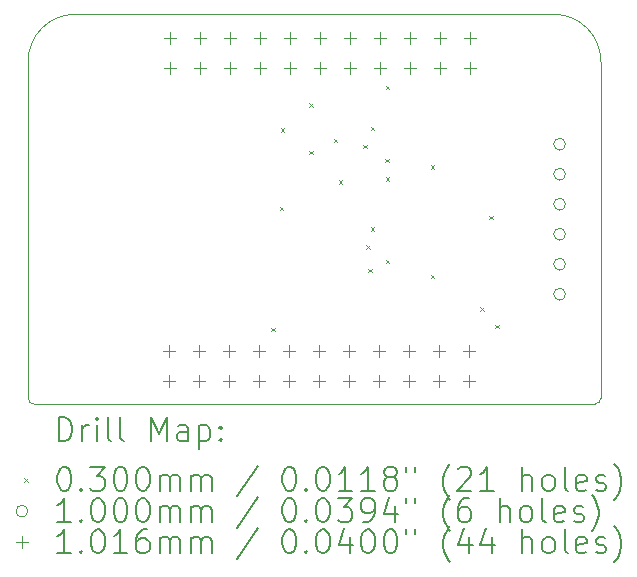
<source format=gbr>
%TF.GenerationSoftware,KiCad,Pcbnew,8.0.5*%
%TF.CreationDate,2024-10-04T20:46:04-04:00*%
%TF.ProjectId,memory card,6d656d6f-7279-4206-9361-72642e6b6963,V2*%
%TF.SameCoordinates,Original*%
%TF.FileFunction,Drillmap*%
%TF.FilePolarity,Positive*%
%FSLAX45Y45*%
G04 Gerber Fmt 4.5, Leading zero omitted, Abs format (unit mm)*
G04 Created by KiCad (PCBNEW 8.0.5) date 2024-10-04 20:46:04*
%MOMM*%
%LPD*%
G01*
G04 APERTURE LIST*
%ADD10C,0.050000*%
%ADD11C,0.200000*%
%ADD12C,0.100000*%
%ADD13C,0.101600*%
G04 APERTURE END LIST*
D10*
X18205319Y-11956000D02*
G75*
G02*
X18155319Y-12005999I-49999J0D01*
G01*
X18205319Y-11956000D02*
X18205319Y-9106000D01*
X13755319Y-8706000D02*
X17805319Y-8706000D01*
X17805319Y-8706000D02*
G75*
G02*
X18205320Y-9106000I1J-400000D01*
G01*
X13355319Y-11956000D02*
X13355319Y-9106000D01*
X13405319Y-12006000D02*
G75*
G02*
X13355320Y-11956000I1J50000D01*
G01*
X13355319Y-9106000D02*
G75*
G02*
X13755319Y-8705999I400001J0D01*
G01*
X13405319Y-12006000D02*
X18155319Y-12006000D01*
D11*
D12*
X15415319Y-11360000D02*
X15445319Y-11390000D01*
X15445319Y-11360000D02*
X15415319Y-11390000D01*
X15485000Y-10335000D02*
X15515000Y-10365000D01*
X15515000Y-10335000D02*
X15485000Y-10365000D01*
X15495000Y-9670000D02*
X15525000Y-9700000D01*
X15525000Y-9670000D02*
X15495000Y-9700000D01*
X15735000Y-9460000D02*
X15765000Y-9490000D01*
X15765000Y-9460000D02*
X15735000Y-9490000D01*
X15735000Y-9860000D02*
X15765000Y-9890000D01*
X15765000Y-9860000D02*
X15735000Y-9890000D01*
X15945000Y-9760000D02*
X15975000Y-9790000D01*
X15975000Y-9760000D02*
X15945000Y-9790000D01*
X15985000Y-10110000D02*
X16015000Y-10140000D01*
X16015000Y-10110000D02*
X15985000Y-10140000D01*
X16195000Y-9810000D02*
X16225000Y-9840000D01*
X16225000Y-9810000D02*
X16195000Y-9840000D01*
X16220000Y-10660000D02*
X16250000Y-10690000D01*
X16250000Y-10660000D02*
X16220000Y-10690000D01*
X16235000Y-10860000D02*
X16265000Y-10890000D01*
X16265000Y-10860000D02*
X16235000Y-10890000D01*
X16258000Y-9660000D02*
X16288000Y-9690000D01*
X16288000Y-9660000D02*
X16258000Y-9690000D01*
X16258000Y-10510000D02*
X16288000Y-10540000D01*
X16288000Y-10510000D02*
X16258000Y-10540000D01*
X16380073Y-9930074D02*
X16410073Y-9960074D01*
X16410073Y-9930074D02*
X16380073Y-9960074D01*
X16385000Y-9310000D02*
X16415000Y-9340000D01*
X16415000Y-9310000D02*
X16385000Y-9340000D01*
X16385000Y-10085000D02*
X16415000Y-10115000D01*
X16415000Y-10085000D02*
X16385000Y-10115000D01*
X16385000Y-10785000D02*
X16415000Y-10815000D01*
X16415000Y-10785000D02*
X16385000Y-10815000D01*
X16765899Y-9985000D02*
X16795899Y-10015000D01*
X16795899Y-9985000D02*
X16765899Y-10015000D01*
X16765899Y-10910000D02*
X16795899Y-10940000D01*
X16795899Y-10910000D02*
X16765899Y-10940000D01*
X17185000Y-11185000D02*
X17215000Y-11215000D01*
X17215000Y-11185000D02*
X17185000Y-11215000D01*
X17260000Y-10410000D02*
X17290000Y-10440000D01*
X17290000Y-10410000D02*
X17260000Y-10440000D01*
X17310000Y-11335000D02*
X17340000Y-11365000D01*
X17340000Y-11335000D02*
X17310000Y-11365000D01*
X17905319Y-9806000D02*
G75*
G02*
X17805319Y-9806000I-50000J0D01*
G01*
X17805319Y-9806000D02*
G75*
G02*
X17905319Y-9806000I50000J0D01*
G01*
X17905319Y-10060000D02*
G75*
G02*
X17805319Y-10060000I-50000J0D01*
G01*
X17805319Y-10060000D02*
G75*
G02*
X17905319Y-10060000I50000J0D01*
G01*
X17905319Y-10314000D02*
G75*
G02*
X17805319Y-10314000I-50000J0D01*
G01*
X17805319Y-10314000D02*
G75*
G02*
X17905319Y-10314000I50000J0D01*
G01*
X17905319Y-10568000D02*
G75*
G02*
X17805319Y-10568000I-50000J0D01*
G01*
X17805319Y-10568000D02*
G75*
G02*
X17905319Y-10568000I50000J0D01*
G01*
X17905319Y-10822000D02*
G75*
G02*
X17805319Y-10822000I-50000J0D01*
G01*
X17805319Y-10822000D02*
G75*
G02*
X17905319Y-10822000I50000J0D01*
G01*
X17905319Y-11076000D02*
G75*
G02*
X17805319Y-11076000I-50000J0D01*
G01*
X17805319Y-11076000D02*
G75*
G02*
X17905319Y-11076000I50000J0D01*
G01*
D13*
X14547319Y-11505200D02*
X14547319Y-11606800D01*
X14496519Y-11556000D02*
X14598119Y-11556000D01*
X14547319Y-11759200D02*
X14547319Y-11860800D01*
X14496519Y-11810000D02*
X14598119Y-11810000D01*
X14555000Y-8855200D02*
X14555000Y-8956800D01*
X14504200Y-8906000D02*
X14605800Y-8906000D01*
X14555000Y-9109200D02*
X14555000Y-9210800D01*
X14504200Y-9160000D02*
X14605800Y-9160000D01*
X14801319Y-11505200D02*
X14801319Y-11606800D01*
X14750519Y-11556000D02*
X14852119Y-11556000D01*
X14801319Y-11759200D02*
X14801319Y-11860800D01*
X14750519Y-11810000D02*
X14852119Y-11810000D01*
X14809000Y-8855200D02*
X14809000Y-8956800D01*
X14758200Y-8906000D02*
X14859800Y-8906000D01*
X14809000Y-9109200D02*
X14809000Y-9210800D01*
X14758200Y-9160000D02*
X14859800Y-9160000D01*
X15055319Y-11505200D02*
X15055319Y-11606800D01*
X15004519Y-11556000D02*
X15106119Y-11556000D01*
X15055319Y-11759200D02*
X15055319Y-11860800D01*
X15004519Y-11810000D02*
X15106119Y-11810000D01*
X15063000Y-8855200D02*
X15063000Y-8956800D01*
X15012200Y-8906000D02*
X15113800Y-8906000D01*
X15063000Y-9109200D02*
X15063000Y-9210800D01*
X15012200Y-9160000D02*
X15113800Y-9160000D01*
X15309319Y-11505200D02*
X15309319Y-11606800D01*
X15258519Y-11556000D02*
X15360119Y-11556000D01*
X15309319Y-11759200D02*
X15309319Y-11860800D01*
X15258519Y-11810000D02*
X15360119Y-11810000D01*
X15317000Y-8855200D02*
X15317000Y-8956800D01*
X15266200Y-8906000D02*
X15367800Y-8906000D01*
X15317000Y-9109200D02*
X15317000Y-9210800D01*
X15266200Y-9160000D02*
X15367800Y-9160000D01*
X15563319Y-11505200D02*
X15563319Y-11606800D01*
X15512519Y-11556000D02*
X15614119Y-11556000D01*
X15563319Y-11759200D02*
X15563319Y-11860800D01*
X15512519Y-11810000D02*
X15614119Y-11810000D01*
X15571000Y-8855200D02*
X15571000Y-8956800D01*
X15520200Y-8906000D02*
X15621800Y-8906000D01*
X15571000Y-9109200D02*
X15571000Y-9210800D01*
X15520200Y-9160000D02*
X15621800Y-9160000D01*
X15817319Y-11505200D02*
X15817319Y-11606800D01*
X15766519Y-11556000D02*
X15868119Y-11556000D01*
X15817319Y-11759200D02*
X15817319Y-11860800D01*
X15766519Y-11810000D02*
X15868119Y-11810000D01*
X15825000Y-8855200D02*
X15825000Y-8956800D01*
X15774200Y-8906000D02*
X15875800Y-8906000D01*
X15825000Y-9109200D02*
X15825000Y-9210800D01*
X15774200Y-9160000D02*
X15875800Y-9160000D01*
X16071319Y-11505200D02*
X16071319Y-11606800D01*
X16020519Y-11556000D02*
X16122119Y-11556000D01*
X16071319Y-11759200D02*
X16071319Y-11860800D01*
X16020519Y-11810000D02*
X16122119Y-11810000D01*
X16079000Y-8855200D02*
X16079000Y-8956800D01*
X16028200Y-8906000D02*
X16129800Y-8906000D01*
X16079000Y-9109200D02*
X16079000Y-9210800D01*
X16028200Y-9160000D02*
X16129800Y-9160000D01*
X16325319Y-11505200D02*
X16325319Y-11606800D01*
X16274519Y-11556000D02*
X16376119Y-11556000D01*
X16325319Y-11759200D02*
X16325319Y-11860800D01*
X16274519Y-11810000D02*
X16376119Y-11810000D01*
X16333000Y-8855200D02*
X16333000Y-8956800D01*
X16282200Y-8906000D02*
X16383800Y-8906000D01*
X16333000Y-9109200D02*
X16333000Y-9210800D01*
X16282200Y-9160000D02*
X16383800Y-9160000D01*
X16579319Y-11505200D02*
X16579319Y-11606800D01*
X16528519Y-11556000D02*
X16630119Y-11556000D01*
X16579319Y-11759200D02*
X16579319Y-11860800D01*
X16528519Y-11810000D02*
X16630119Y-11810000D01*
X16587000Y-8855200D02*
X16587000Y-8956800D01*
X16536200Y-8906000D02*
X16637800Y-8906000D01*
X16587000Y-9109200D02*
X16587000Y-9210800D01*
X16536200Y-9160000D02*
X16637800Y-9160000D01*
X16833319Y-11505200D02*
X16833319Y-11606800D01*
X16782519Y-11556000D02*
X16884119Y-11556000D01*
X16833319Y-11759200D02*
X16833319Y-11860800D01*
X16782519Y-11810000D02*
X16884119Y-11810000D01*
X16841000Y-8855200D02*
X16841000Y-8956800D01*
X16790200Y-8906000D02*
X16891800Y-8906000D01*
X16841000Y-9109200D02*
X16841000Y-9210800D01*
X16790200Y-9160000D02*
X16891800Y-9160000D01*
X17087319Y-11505200D02*
X17087319Y-11606800D01*
X17036519Y-11556000D02*
X17138119Y-11556000D01*
X17087319Y-11759200D02*
X17087319Y-11860800D01*
X17036519Y-11810000D02*
X17138119Y-11810000D01*
X17095000Y-8855200D02*
X17095000Y-8956800D01*
X17044200Y-8906000D02*
X17145800Y-8906000D01*
X17095000Y-9109200D02*
X17095000Y-9210800D01*
X17044200Y-9160000D02*
X17145800Y-9160000D01*
D11*
X13613596Y-12319984D02*
X13613596Y-12119984D01*
X13613596Y-12119984D02*
X13661215Y-12119984D01*
X13661215Y-12119984D02*
X13689786Y-12129508D01*
X13689786Y-12129508D02*
X13708834Y-12148555D01*
X13708834Y-12148555D02*
X13718358Y-12167603D01*
X13718358Y-12167603D02*
X13727881Y-12205698D01*
X13727881Y-12205698D02*
X13727881Y-12234269D01*
X13727881Y-12234269D02*
X13718358Y-12272365D01*
X13718358Y-12272365D02*
X13708834Y-12291412D01*
X13708834Y-12291412D02*
X13689786Y-12310460D01*
X13689786Y-12310460D02*
X13661215Y-12319984D01*
X13661215Y-12319984D02*
X13613596Y-12319984D01*
X13813596Y-12319984D02*
X13813596Y-12186650D01*
X13813596Y-12224746D02*
X13823119Y-12205698D01*
X13823119Y-12205698D02*
X13832643Y-12196174D01*
X13832643Y-12196174D02*
X13851691Y-12186650D01*
X13851691Y-12186650D02*
X13870739Y-12186650D01*
X13937405Y-12319984D02*
X13937405Y-12186650D01*
X13937405Y-12119984D02*
X13927881Y-12129508D01*
X13927881Y-12129508D02*
X13937405Y-12139031D01*
X13937405Y-12139031D02*
X13946929Y-12129508D01*
X13946929Y-12129508D02*
X13937405Y-12119984D01*
X13937405Y-12119984D02*
X13937405Y-12139031D01*
X14061215Y-12319984D02*
X14042167Y-12310460D01*
X14042167Y-12310460D02*
X14032643Y-12291412D01*
X14032643Y-12291412D02*
X14032643Y-12119984D01*
X14165977Y-12319984D02*
X14146929Y-12310460D01*
X14146929Y-12310460D02*
X14137405Y-12291412D01*
X14137405Y-12291412D02*
X14137405Y-12119984D01*
X14394548Y-12319984D02*
X14394548Y-12119984D01*
X14394548Y-12119984D02*
X14461215Y-12262841D01*
X14461215Y-12262841D02*
X14527881Y-12119984D01*
X14527881Y-12119984D02*
X14527881Y-12319984D01*
X14708834Y-12319984D02*
X14708834Y-12215222D01*
X14708834Y-12215222D02*
X14699310Y-12196174D01*
X14699310Y-12196174D02*
X14680262Y-12186650D01*
X14680262Y-12186650D02*
X14642167Y-12186650D01*
X14642167Y-12186650D02*
X14623119Y-12196174D01*
X14708834Y-12310460D02*
X14689786Y-12319984D01*
X14689786Y-12319984D02*
X14642167Y-12319984D01*
X14642167Y-12319984D02*
X14623119Y-12310460D01*
X14623119Y-12310460D02*
X14613596Y-12291412D01*
X14613596Y-12291412D02*
X14613596Y-12272365D01*
X14613596Y-12272365D02*
X14623119Y-12253317D01*
X14623119Y-12253317D02*
X14642167Y-12243793D01*
X14642167Y-12243793D02*
X14689786Y-12243793D01*
X14689786Y-12243793D02*
X14708834Y-12234269D01*
X14804072Y-12186650D02*
X14804072Y-12386650D01*
X14804072Y-12196174D02*
X14823119Y-12186650D01*
X14823119Y-12186650D02*
X14861215Y-12186650D01*
X14861215Y-12186650D02*
X14880262Y-12196174D01*
X14880262Y-12196174D02*
X14889786Y-12205698D01*
X14889786Y-12205698D02*
X14899310Y-12224746D01*
X14899310Y-12224746D02*
X14899310Y-12281888D01*
X14899310Y-12281888D02*
X14889786Y-12300936D01*
X14889786Y-12300936D02*
X14880262Y-12310460D01*
X14880262Y-12310460D02*
X14861215Y-12319984D01*
X14861215Y-12319984D02*
X14823119Y-12319984D01*
X14823119Y-12319984D02*
X14804072Y-12310460D01*
X14985024Y-12300936D02*
X14994548Y-12310460D01*
X14994548Y-12310460D02*
X14985024Y-12319984D01*
X14985024Y-12319984D02*
X14975500Y-12310460D01*
X14975500Y-12310460D02*
X14985024Y-12300936D01*
X14985024Y-12300936D02*
X14985024Y-12319984D01*
X14985024Y-12196174D02*
X14994548Y-12205698D01*
X14994548Y-12205698D02*
X14985024Y-12215222D01*
X14985024Y-12215222D02*
X14975500Y-12205698D01*
X14975500Y-12205698D02*
X14985024Y-12196174D01*
X14985024Y-12196174D02*
X14985024Y-12215222D01*
D12*
X13322819Y-12633500D02*
X13352819Y-12663500D01*
X13352819Y-12633500D02*
X13322819Y-12663500D01*
D11*
X13651691Y-12539984D02*
X13670739Y-12539984D01*
X13670739Y-12539984D02*
X13689786Y-12549508D01*
X13689786Y-12549508D02*
X13699310Y-12559031D01*
X13699310Y-12559031D02*
X13708834Y-12578079D01*
X13708834Y-12578079D02*
X13718358Y-12616174D01*
X13718358Y-12616174D02*
X13718358Y-12663793D01*
X13718358Y-12663793D02*
X13708834Y-12701888D01*
X13708834Y-12701888D02*
X13699310Y-12720936D01*
X13699310Y-12720936D02*
X13689786Y-12730460D01*
X13689786Y-12730460D02*
X13670739Y-12739984D01*
X13670739Y-12739984D02*
X13651691Y-12739984D01*
X13651691Y-12739984D02*
X13632643Y-12730460D01*
X13632643Y-12730460D02*
X13623119Y-12720936D01*
X13623119Y-12720936D02*
X13613596Y-12701888D01*
X13613596Y-12701888D02*
X13604072Y-12663793D01*
X13604072Y-12663793D02*
X13604072Y-12616174D01*
X13604072Y-12616174D02*
X13613596Y-12578079D01*
X13613596Y-12578079D02*
X13623119Y-12559031D01*
X13623119Y-12559031D02*
X13632643Y-12549508D01*
X13632643Y-12549508D02*
X13651691Y-12539984D01*
X13804072Y-12720936D02*
X13813596Y-12730460D01*
X13813596Y-12730460D02*
X13804072Y-12739984D01*
X13804072Y-12739984D02*
X13794548Y-12730460D01*
X13794548Y-12730460D02*
X13804072Y-12720936D01*
X13804072Y-12720936D02*
X13804072Y-12739984D01*
X13880262Y-12539984D02*
X14004072Y-12539984D01*
X14004072Y-12539984D02*
X13937405Y-12616174D01*
X13937405Y-12616174D02*
X13965977Y-12616174D01*
X13965977Y-12616174D02*
X13985024Y-12625698D01*
X13985024Y-12625698D02*
X13994548Y-12635222D01*
X13994548Y-12635222D02*
X14004072Y-12654269D01*
X14004072Y-12654269D02*
X14004072Y-12701888D01*
X14004072Y-12701888D02*
X13994548Y-12720936D01*
X13994548Y-12720936D02*
X13985024Y-12730460D01*
X13985024Y-12730460D02*
X13965977Y-12739984D01*
X13965977Y-12739984D02*
X13908834Y-12739984D01*
X13908834Y-12739984D02*
X13889786Y-12730460D01*
X13889786Y-12730460D02*
X13880262Y-12720936D01*
X14127881Y-12539984D02*
X14146929Y-12539984D01*
X14146929Y-12539984D02*
X14165977Y-12549508D01*
X14165977Y-12549508D02*
X14175500Y-12559031D01*
X14175500Y-12559031D02*
X14185024Y-12578079D01*
X14185024Y-12578079D02*
X14194548Y-12616174D01*
X14194548Y-12616174D02*
X14194548Y-12663793D01*
X14194548Y-12663793D02*
X14185024Y-12701888D01*
X14185024Y-12701888D02*
X14175500Y-12720936D01*
X14175500Y-12720936D02*
X14165977Y-12730460D01*
X14165977Y-12730460D02*
X14146929Y-12739984D01*
X14146929Y-12739984D02*
X14127881Y-12739984D01*
X14127881Y-12739984D02*
X14108834Y-12730460D01*
X14108834Y-12730460D02*
X14099310Y-12720936D01*
X14099310Y-12720936D02*
X14089786Y-12701888D01*
X14089786Y-12701888D02*
X14080262Y-12663793D01*
X14080262Y-12663793D02*
X14080262Y-12616174D01*
X14080262Y-12616174D02*
X14089786Y-12578079D01*
X14089786Y-12578079D02*
X14099310Y-12559031D01*
X14099310Y-12559031D02*
X14108834Y-12549508D01*
X14108834Y-12549508D02*
X14127881Y-12539984D01*
X14318358Y-12539984D02*
X14337405Y-12539984D01*
X14337405Y-12539984D02*
X14356453Y-12549508D01*
X14356453Y-12549508D02*
X14365977Y-12559031D01*
X14365977Y-12559031D02*
X14375500Y-12578079D01*
X14375500Y-12578079D02*
X14385024Y-12616174D01*
X14385024Y-12616174D02*
X14385024Y-12663793D01*
X14385024Y-12663793D02*
X14375500Y-12701888D01*
X14375500Y-12701888D02*
X14365977Y-12720936D01*
X14365977Y-12720936D02*
X14356453Y-12730460D01*
X14356453Y-12730460D02*
X14337405Y-12739984D01*
X14337405Y-12739984D02*
X14318358Y-12739984D01*
X14318358Y-12739984D02*
X14299310Y-12730460D01*
X14299310Y-12730460D02*
X14289786Y-12720936D01*
X14289786Y-12720936D02*
X14280262Y-12701888D01*
X14280262Y-12701888D02*
X14270739Y-12663793D01*
X14270739Y-12663793D02*
X14270739Y-12616174D01*
X14270739Y-12616174D02*
X14280262Y-12578079D01*
X14280262Y-12578079D02*
X14289786Y-12559031D01*
X14289786Y-12559031D02*
X14299310Y-12549508D01*
X14299310Y-12549508D02*
X14318358Y-12539984D01*
X14470739Y-12739984D02*
X14470739Y-12606650D01*
X14470739Y-12625698D02*
X14480262Y-12616174D01*
X14480262Y-12616174D02*
X14499310Y-12606650D01*
X14499310Y-12606650D02*
X14527881Y-12606650D01*
X14527881Y-12606650D02*
X14546929Y-12616174D01*
X14546929Y-12616174D02*
X14556453Y-12635222D01*
X14556453Y-12635222D02*
X14556453Y-12739984D01*
X14556453Y-12635222D02*
X14565977Y-12616174D01*
X14565977Y-12616174D02*
X14585024Y-12606650D01*
X14585024Y-12606650D02*
X14613596Y-12606650D01*
X14613596Y-12606650D02*
X14632643Y-12616174D01*
X14632643Y-12616174D02*
X14642167Y-12635222D01*
X14642167Y-12635222D02*
X14642167Y-12739984D01*
X14737405Y-12739984D02*
X14737405Y-12606650D01*
X14737405Y-12625698D02*
X14746929Y-12616174D01*
X14746929Y-12616174D02*
X14765977Y-12606650D01*
X14765977Y-12606650D02*
X14794548Y-12606650D01*
X14794548Y-12606650D02*
X14813596Y-12616174D01*
X14813596Y-12616174D02*
X14823120Y-12635222D01*
X14823120Y-12635222D02*
X14823120Y-12739984D01*
X14823120Y-12635222D02*
X14832643Y-12616174D01*
X14832643Y-12616174D02*
X14851691Y-12606650D01*
X14851691Y-12606650D02*
X14880262Y-12606650D01*
X14880262Y-12606650D02*
X14899310Y-12616174D01*
X14899310Y-12616174D02*
X14908834Y-12635222D01*
X14908834Y-12635222D02*
X14908834Y-12739984D01*
X15299310Y-12530460D02*
X15127882Y-12787603D01*
X15556453Y-12539984D02*
X15575501Y-12539984D01*
X15575501Y-12539984D02*
X15594548Y-12549508D01*
X15594548Y-12549508D02*
X15604072Y-12559031D01*
X15604072Y-12559031D02*
X15613596Y-12578079D01*
X15613596Y-12578079D02*
X15623120Y-12616174D01*
X15623120Y-12616174D02*
X15623120Y-12663793D01*
X15623120Y-12663793D02*
X15613596Y-12701888D01*
X15613596Y-12701888D02*
X15604072Y-12720936D01*
X15604072Y-12720936D02*
X15594548Y-12730460D01*
X15594548Y-12730460D02*
X15575501Y-12739984D01*
X15575501Y-12739984D02*
X15556453Y-12739984D01*
X15556453Y-12739984D02*
X15537405Y-12730460D01*
X15537405Y-12730460D02*
X15527882Y-12720936D01*
X15527882Y-12720936D02*
X15518358Y-12701888D01*
X15518358Y-12701888D02*
X15508834Y-12663793D01*
X15508834Y-12663793D02*
X15508834Y-12616174D01*
X15508834Y-12616174D02*
X15518358Y-12578079D01*
X15518358Y-12578079D02*
X15527882Y-12559031D01*
X15527882Y-12559031D02*
X15537405Y-12549508D01*
X15537405Y-12549508D02*
X15556453Y-12539984D01*
X15708834Y-12720936D02*
X15718358Y-12730460D01*
X15718358Y-12730460D02*
X15708834Y-12739984D01*
X15708834Y-12739984D02*
X15699310Y-12730460D01*
X15699310Y-12730460D02*
X15708834Y-12720936D01*
X15708834Y-12720936D02*
X15708834Y-12739984D01*
X15842167Y-12539984D02*
X15861215Y-12539984D01*
X15861215Y-12539984D02*
X15880263Y-12549508D01*
X15880263Y-12549508D02*
X15889786Y-12559031D01*
X15889786Y-12559031D02*
X15899310Y-12578079D01*
X15899310Y-12578079D02*
X15908834Y-12616174D01*
X15908834Y-12616174D02*
X15908834Y-12663793D01*
X15908834Y-12663793D02*
X15899310Y-12701888D01*
X15899310Y-12701888D02*
X15889786Y-12720936D01*
X15889786Y-12720936D02*
X15880263Y-12730460D01*
X15880263Y-12730460D02*
X15861215Y-12739984D01*
X15861215Y-12739984D02*
X15842167Y-12739984D01*
X15842167Y-12739984D02*
X15823120Y-12730460D01*
X15823120Y-12730460D02*
X15813596Y-12720936D01*
X15813596Y-12720936D02*
X15804072Y-12701888D01*
X15804072Y-12701888D02*
X15794548Y-12663793D01*
X15794548Y-12663793D02*
X15794548Y-12616174D01*
X15794548Y-12616174D02*
X15804072Y-12578079D01*
X15804072Y-12578079D02*
X15813596Y-12559031D01*
X15813596Y-12559031D02*
X15823120Y-12549508D01*
X15823120Y-12549508D02*
X15842167Y-12539984D01*
X16099310Y-12739984D02*
X15985024Y-12739984D01*
X16042167Y-12739984D02*
X16042167Y-12539984D01*
X16042167Y-12539984D02*
X16023120Y-12568555D01*
X16023120Y-12568555D02*
X16004072Y-12587603D01*
X16004072Y-12587603D02*
X15985024Y-12597127D01*
X16289786Y-12739984D02*
X16175501Y-12739984D01*
X16232643Y-12739984D02*
X16232643Y-12539984D01*
X16232643Y-12539984D02*
X16213596Y-12568555D01*
X16213596Y-12568555D02*
X16194548Y-12587603D01*
X16194548Y-12587603D02*
X16175501Y-12597127D01*
X16404072Y-12625698D02*
X16385024Y-12616174D01*
X16385024Y-12616174D02*
X16375501Y-12606650D01*
X16375501Y-12606650D02*
X16365977Y-12587603D01*
X16365977Y-12587603D02*
X16365977Y-12578079D01*
X16365977Y-12578079D02*
X16375501Y-12559031D01*
X16375501Y-12559031D02*
X16385024Y-12549508D01*
X16385024Y-12549508D02*
X16404072Y-12539984D01*
X16404072Y-12539984D02*
X16442167Y-12539984D01*
X16442167Y-12539984D02*
X16461215Y-12549508D01*
X16461215Y-12549508D02*
X16470739Y-12559031D01*
X16470739Y-12559031D02*
X16480263Y-12578079D01*
X16480263Y-12578079D02*
X16480263Y-12587603D01*
X16480263Y-12587603D02*
X16470739Y-12606650D01*
X16470739Y-12606650D02*
X16461215Y-12616174D01*
X16461215Y-12616174D02*
X16442167Y-12625698D01*
X16442167Y-12625698D02*
X16404072Y-12625698D01*
X16404072Y-12625698D02*
X16385024Y-12635222D01*
X16385024Y-12635222D02*
X16375501Y-12644746D01*
X16375501Y-12644746D02*
X16365977Y-12663793D01*
X16365977Y-12663793D02*
X16365977Y-12701888D01*
X16365977Y-12701888D02*
X16375501Y-12720936D01*
X16375501Y-12720936D02*
X16385024Y-12730460D01*
X16385024Y-12730460D02*
X16404072Y-12739984D01*
X16404072Y-12739984D02*
X16442167Y-12739984D01*
X16442167Y-12739984D02*
X16461215Y-12730460D01*
X16461215Y-12730460D02*
X16470739Y-12720936D01*
X16470739Y-12720936D02*
X16480263Y-12701888D01*
X16480263Y-12701888D02*
X16480263Y-12663793D01*
X16480263Y-12663793D02*
X16470739Y-12644746D01*
X16470739Y-12644746D02*
X16461215Y-12635222D01*
X16461215Y-12635222D02*
X16442167Y-12625698D01*
X16556453Y-12539984D02*
X16556453Y-12578079D01*
X16632644Y-12539984D02*
X16632644Y-12578079D01*
X16927882Y-12816174D02*
X16918358Y-12806650D01*
X16918358Y-12806650D02*
X16899310Y-12778079D01*
X16899310Y-12778079D02*
X16889787Y-12759031D01*
X16889787Y-12759031D02*
X16880263Y-12730460D01*
X16880263Y-12730460D02*
X16870739Y-12682841D01*
X16870739Y-12682841D02*
X16870739Y-12644746D01*
X16870739Y-12644746D02*
X16880263Y-12597127D01*
X16880263Y-12597127D02*
X16889787Y-12568555D01*
X16889787Y-12568555D02*
X16899310Y-12549508D01*
X16899310Y-12549508D02*
X16918358Y-12520936D01*
X16918358Y-12520936D02*
X16927882Y-12511412D01*
X16994548Y-12559031D02*
X17004072Y-12549508D01*
X17004072Y-12549508D02*
X17023120Y-12539984D01*
X17023120Y-12539984D02*
X17070739Y-12539984D01*
X17070739Y-12539984D02*
X17089787Y-12549508D01*
X17089787Y-12549508D02*
X17099310Y-12559031D01*
X17099310Y-12559031D02*
X17108834Y-12578079D01*
X17108834Y-12578079D02*
X17108834Y-12597127D01*
X17108834Y-12597127D02*
X17099310Y-12625698D01*
X17099310Y-12625698D02*
X16985025Y-12739984D01*
X16985025Y-12739984D02*
X17108834Y-12739984D01*
X17299310Y-12739984D02*
X17185025Y-12739984D01*
X17242167Y-12739984D02*
X17242167Y-12539984D01*
X17242167Y-12539984D02*
X17223120Y-12568555D01*
X17223120Y-12568555D02*
X17204072Y-12587603D01*
X17204072Y-12587603D02*
X17185025Y-12597127D01*
X17537406Y-12739984D02*
X17537406Y-12539984D01*
X17623120Y-12739984D02*
X17623120Y-12635222D01*
X17623120Y-12635222D02*
X17613596Y-12616174D01*
X17613596Y-12616174D02*
X17594549Y-12606650D01*
X17594549Y-12606650D02*
X17565977Y-12606650D01*
X17565977Y-12606650D02*
X17546929Y-12616174D01*
X17546929Y-12616174D02*
X17537406Y-12625698D01*
X17746929Y-12739984D02*
X17727882Y-12730460D01*
X17727882Y-12730460D02*
X17718358Y-12720936D01*
X17718358Y-12720936D02*
X17708834Y-12701888D01*
X17708834Y-12701888D02*
X17708834Y-12644746D01*
X17708834Y-12644746D02*
X17718358Y-12625698D01*
X17718358Y-12625698D02*
X17727882Y-12616174D01*
X17727882Y-12616174D02*
X17746929Y-12606650D01*
X17746929Y-12606650D02*
X17775501Y-12606650D01*
X17775501Y-12606650D02*
X17794549Y-12616174D01*
X17794549Y-12616174D02*
X17804072Y-12625698D01*
X17804072Y-12625698D02*
X17813596Y-12644746D01*
X17813596Y-12644746D02*
X17813596Y-12701888D01*
X17813596Y-12701888D02*
X17804072Y-12720936D01*
X17804072Y-12720936D02*
X17794549Y-12730460D01*
X17794549Y-12730460D02*
X17775501Y-12739984D01*
X17775501Y-12739984D02*
X17746929Y-12739984D01*
X17927882Y-12739984D02*
X17908834Y-12730460D01*
X17908834Y-12730460D02*
X17899310Y-12711412D01*
X17899310Y-12711412D02*
X17899310Y-12539984D01*
X18080263Y-12730460D02*
X18061215Y-12739984D01*
X18061215Y-12739984D02*
X18023120Y-12739984D01*
X18023120Y-12739984D02*
X18004072Y-12730460D01*
X18004072Y-12730460D02*
X17994549Y-12711412D01*
X17994549Y-12711412D02*
X17994549Y-12635222D01*
X17994549Y-12635222D02*
X18004072Y-12616174D01*
X18004072Y-12616174D02*
X18023120Y-12606650D01*
X18023120Y-12606650D02*
X18061215Y-12606650D01*
X18061215Y-12606650D02*
X18080263Y-12616174D01*
X18080263Y-12616174D02*
X18089787Y-12635222D01*
X18089787Y-12635222D02*
X18089787Y-12654269D01*
X18089787Y-12654269D02*
X17994549Y-12673317D01*
X18165977Y-12730460D02*
X18185025Y-12739984D01*
X18185025Y-12739984D02*
X18223120Y-12739984D01*
X18223120Y-12739984D02*
X18242168Y-12730460D01*
X18242168Y-12730460D02*
X18251691Y-12711412D01*
X18251691Y-12711412D02*
X18251691Y-12701888D01*
X18251691Y-12701888D02*
X18242168Y-12682841D01*
X18242168Y-12682841D02*
X18223120Y-12673317D01*
X18223120Y-12673317D02*
X18194549Y-12673317D01*
X18194549Y-12673317D02*
X18175501Y-12663793D01*
X18175501Y-12663793D02*
X18165977Y-12644746D01*
X18165977Y-12644746D02*
X18165977Y-12635222D01*
X18165977Y-12635222D02*
X18175501Y-12616174D01*
X18175501Y-12616174D02*
X18194549Y-12606650D01*
X18194549Y-12606650D02*
X18223120Y-12606650D01*
X18223120Y-12606650D02*
X18242168Y-12616174D01*
X18318358Y-12816174D02*
X18327882Y-12806650D01*
X18327882Y-12806650D02*
X18346930Y-12778079D01*
X18346930Y-12778079D02*
X18356453Y-12759031D01*
X18356453Y-12759031D02*
X18365977Y-12730460D01*
X18365977Y-12730460D02*
X18375501Y-12682841D01*
X18375501Y-12682841D02*
X18375501Y-12644746D01*
X18375501Y-12644746D02*
X18365977Y-12597127D01*
X18365977Y-12597127D02*
X18356453Y-12568555D01*
X18356453Y-12568555D02*
X18346930Y-12549508D01*
X18346930Y-12549508D02*
X18327882Y-12520936D01*
X18327882Y-12520936D02*
X18318358Y-12511412D01*
D12*
X13352819Y-12912500D02*
G75*
G02*
X13252819Y-12912500I-50000J0D01*
G01*
X13252819Y-12912500D02*
G75*
G02*
X13352819Y-12912500I50000J0D01*
G01*
D11*
X13718358Y-13003984D02*
X13604072Y-13003984D01*
X13661215Y-13003984D02*
X13661215Y-12803984D01*
X13661215Y-12803984D02*
X13642167Y-12832555D01*
X13642167Y-12832555D02*
X13623119Y-12851603D01*
X13623119Y-12851603D02*
X13604072Y-12861127D01*
X13804072Y-12984936D02*
X13813596Y-12994460D01*
X13813596Y-12994460D02*
X13804072Y-13003984D01*
X13804072Y-13003984D02*
X13794548Y-12994460D01*
X13794548Y-12994460D02*
X13804072Y-12984936D01*
X13804072Y-12984936D02*
X13804072Y-13003984D01*
X13937405Y-12803984D02*
X13956453Y-12803984D01*
X13956453Y-12803984D02*
X13975500Y-12813508D01*
X13975500Y-12813508D02*
X13985024Y-12823031D01*
X13985024Y-12823031D02*
X13994548Y-12842079D01*
X13994548Y-12842079D02*
X14004072Y-12880174D01*
X14004072Y-12880174D02*
X14004072Y-12927793D01*
X14004072Y-12927793D02*
X13994548Y-12965888D01*
X13994548Y-12965888D02*
X13985024Y-12984936D01*
X13985024Y-12984936D02*
X13975500Y-12994460D01*
X13975500Y-12994460D02*
X13956453Y-13003984D01*
X13956453Y-13003984D02*
X13937405Y-13003984D01*
X13937405Y-13003984D02*
X13918358Y-12994460D01*
X13918358Y-12994460D02*
X13908834Y-12984936D01*
X13908834Y-12984936D02*
X13899310Y-12965888D01*
X13899310Y-12965888D02*
X13889786Y-12927793D01*
X13889786Y-12927793D02*
X13889786Y-12880174D01*
X13889786Y-12880174D02*
X13899310Y-12842079D01*
X13899310Y-12842079D02*
X13908834Y-12823031D01*
X13908834Y-12823031D02*
X13918358Y-12813508D01*
X13918358Y-12813508D02*
X13937405Y-12803984D01*
X14127881Y-12803984D02*
X14146929Y-12803984D01*
X14146929Y-12803984D02*
X14165977Y-12813508D01*
X14165977Y-12813508D02*
X14175500Y-12823031D01*
X14175500Y-12823031D02*
X14185024Y-12842079D01*
X14185024Y-12842079D02*
X14194548Y-12880174D01*
X14194548Y-12880174D02*
X14194548Y-12927793D01*
X14194548Y-12927793D02*
X14185024Y-12965888D01*
X14185024Y-12965888D02*
X14175500Y-12984936D01*
X14175500Y-12984936D02*
X14165977Y-12994460D01*
X14165977Y-12994460D02*
X14146929Y-13003984D01*
X14146929Y-13003984D02*
X14127881Y-13003984D01*
X14127881Y-13003984D02*
X14108834Y-12994460D01*
X14108834Y-12994460D02*
X14099310Y-12984936D01*
X14099310Y-12984936D02*
X14089786Y-12965888D01*
X14089786Y-12965888D02*
X14080262Y-12927793D01*
X14080262Y-12927793D02*
X14080262Y-12880174D01*
X14080262Y-12880174D02*
X14089786Y-12842079D01*
X14089786Y-12842079D02*
X14099310Y-12823031D01*
X14099310Y-12823031D02*
X14108834Y-12813508D01*
X14108834Y-12813508D02*
X14127881Y-12803984D01*
X14318358Y-12803984D02*
X14337405Y-12803984D01*
X14337405Y-12803984D02*
X14356453Y-12813508D01*
X14356453Y-12813508D02*
X14365977Y-12823031D01*
X14365977Y-12823031D02*
X14375500Y-12842079D01*
X14375500Y-12842079D02*
X14385024Y-12880174D01*
X14385024Y-12880174D02*
X14385024Y-12927793D01*
X14385024Y-12927793D02*
X14375500Y-12965888D01*
X14375500Y-12965888D02*
X14365977Y-12984936D01*
X14365977Y-12984936D02*
X14356453Y-12994460D01*
X14356453Y-12994460D02*
X14337405Y-13003984D01*
X14337405Y-13003984D02*
X14318358Y-13003984D01*
X14318358Y-13003984D02*
X14299310Y-12994460D01*
X14299310Y-12994460D02*
X14289786Y-12984936D01*
X14289786Y-12984936D02*
X14280262Y-12965888D01*
X14280262Y-12965888D02*
X14270739Y-12927793D01*
X14270739Y-12927793D02*
X14270739Y-12880174D01*
X14270739Y-12880174D02*
X14280262Y-12842079D01*
X14280262Y-12842079D02*
X14289786Y-12823031D01*
X14289786Y-12823031D02*
X14299310Y-12813508D01*
X14299310Y-12813508D02*
X14318358Y-12803984D01*
X14470739Y-13003984D02*
X14470739Y-12870650D01*
X14470739Y-12889698D02*
X14480262Y-12880174D01*
X14480262Y-12880174D02*
X14499310Y-12870650D01*
X14499310Y-12870650D02*
X14527881Y-12870650D01*
X14527881Y-12870650D02*
X14546929Y-12880174D01*
X14546929Y-12880174D02*
X14556453Y-12899222D01*
X14556453Y-12899222D02*
X14556453Y-13003984D01*
X14556453Y-12899222D02*
X14565977Y-12880174D01*
X14565977Y-12880174D02*
X14585024Y-12870650D01*
X14585024Y-12870650D02*
X14613596Y-12870650D01*
X14613596Y-12870650D02*
X14632643Y-12880174D01*
X14632643Y-12880174D02*
X14642167Y-12899222D01*
X14642167Y-12899222D02*
X14642167Y-13003984D01*
X14737405Y-13003984D02*
X14737405Y-12870650D01*
X14737405Y-12889698D02*
X14746929Y-12880174D01*
X14746929Y-12880174D02*
X14765977Y-12870650D01*
X14765977Y-12870650D02*
X14794548Y-12870650D01*
X14794548Y-12870650D02*
X14813596Y-12880174D01*
X14813596Y-12880174D02*
X14823120Y-12899222D01*
X14823120Y-12899222D02*
X14823120Y-13003984D01*
X14823120Y-12899222D02*
X14832643Y-12880174D01*
X14832643Y-12880174D02*
X14851691Y-12870650D01*
X14851691Y-12870650D02*
X14880262Y-12870650D01*
X14880262Y-12870650D02*
X14899310Y-12880174D01*
X14899310Y-12880174D02*
X14908834Y-12899222D01*
X14908834Y-12899222D02*
X14908834Y-13003984D01*
X15299310Y-12794460D02*
X15127882Y-13051603D01*
X15556453Y-12803984D02*
X15575501Y-12803984D01*
X15575501Y-12803984D02*
X15594548Y-12813508D01*
X15594548Y-12813508D02*
X15604072Y-12823031D01*
X15604072Y-12823031D02*
X15613596Y-12842079D01*
X15613596Y-12842079D02*
X15623120Y-12880174D01*
X15623120Y-12880174D02*
X15623120Y-12927793D01*
X15623120Y-12927793D02*
X15613596Y-12965888D01*
X15613596Y-12965888D02*
X15604072Y-12984936D01*
X15604072Y-12984936D02*
X15594548Y-12994460D01*
X15594548Y-12994460D02*
X15575501Y-13003984D01*
X15575501Y-13003984D02*
X15556453Y-13003984D01*
X15556453Y-13003984D02*
X15537405Y-12994460D01*
X15537405Y-12994460D02*
X15527882Y-12984936D01*
X15527882Y-12984936D02*
X15518358Y-12965888D01*
X15518358Y-12965888D02*
X15508834Y-12927793D01*
X15508834Y-12927793D02*
X15508834Y-12880174D01*
X15508834Y-12880174D02*
X15518358Y-12842079D01*
X15518358Y-12842079D02*
X15527882Y-12823031D01*
X15527882Y-12823031D02*
X15537405Y-12813508D01*
X15537405Y-12813508D02*
X15556453Y-12803984D01*
X15708834Y-12984936D02*
X15718358Y-12994460D01*
X15718358Y-12994460D02*
X15708834Y-13003984D01*
X15708834Y-13003984D02*
X15699310Y-12994460D01*
X15699310Y-12994460D02*
X15708834Y-12984936D01*
X15708834Y-12984936D02*
X15708834Y-13003984D01*
X15842167Y-12803984D02*
X15861215Y-12803984D01*
X15861215Y-12803984D02*
X15880263Y-12813508D01*
X15880263Y-12813508D02*
X15889786Y-12823031D01*
X15889786Y-12823031D02*
X15899310Y-12842079D01*
X15899310Y-12842079D02*
X15908834Y-12880174D01*
X15908834Y-12880174D02*
X15908834Y-12927793D01*
X15908834Y-12927793D02*
X15899310Y-12965888D01*
X15899310Y-12965888D02*
X15889786Y-12984936D01*
X15889786Y-12984936D02*
X15880263Y-12994460D01*
X15880263Y-12994460D02*
X15861215Y-13003984D01*
X15861215Y-13003984D02*
X15842167Y-13003984D01*
X15842167Y-13003984D02*
X15823120Y-12994460D01*
X15823120Y-12994460D02*
X15813596Y-12984936D01*
X15813596Y-12984936D02*
X15804072Y-12965888D01*
X15804072Y-12965888D02*
X15794548Y-12927793D01*
X15794548Y-12927793D02*
X15794548Y-12880174D01*
X15794548Y-12880174D02*
X15804072Y-12842079D01*
X15804072Y-12842079D02*
X15813596Y-12823031D01*
X15813596Y-12823031D02*
X15823120Y-12813508D01*
X15823120Y-12813508D02*
X15842167Y-12803984D01*
X15975501Y-12803984D02*
X16099310Y-12803984D01*
X16099310Y-12803984D02*
X16032643Y-12880174D01*
X16032643Y-12880174D02*
X16061215Y-12880174D01*
X16061215Y-12880174D02*
X16080263Y-12889698D01*
X16080263Y-12889698D02*
X16089786Y-12899222D01*
X16089786Y-12899222D02*
X16099310Y-12918269D01*
X16099310Y-12918269D02*
X16099310Y-12965888D01*
X16099310Y-12965888D02*
X16089786Y-12984936D01*
X16089786Y-12984936D02*
X16080263Y-12994460D01*
X16080263Y-12994460D02*
X16061215Y-13003984D01*
X16061215Y-13003984D02*
X16004072Y-13003984D01*
X16004072Y-13003984D02*
X15985024Y-12994460D01*
X15985024Y-12994460D02*
X15975501Y-12984936D01*
X16194548Y-13003984D02*
X16232643Y-13003984D01*
X16232643Y-13003984D02*
X16251691Y-12994460D01*
X16251691Y-12994460D02*
X16261215Y-12984936D01*
X16261215Y-12984936D02*
X16280263Y-12956365D01*
X16280263Y-12956365D02*
X16289786Y-12918269D01*
X16289786Y-12918269D02*
X16289786Y-12842079D01*
X16289786Y-12842079D02*
X16280263Y-12823031D01*
X16280263Y-12823031D02*
X16270739Y-12813508D01*
X16270739Y-12813508D02*
X16251691Y-12803984D01*
X16251691Y-12803984D02*
X16213596Y-12803984D01*
X16213596Y-12803984D02*
X16194548Y-12813508D01*
X16194548Y-12813508D02*
X16185024Y-12823031D01*
X16185024Y-12823031D02*
X16175501Y-12842079D01*
X16175501Y-12842079D02*
X16175501Y-12889698D01*
X16175501Y-12889698D02*
X16185024Y-12908746D01*
X16185024Y-12908746D02*
X16194548Y-12918269D01*
X16194548Y-12918269D02*
X16213596Y-12927793D01*
X16213596Y-12927793D02*
X16251691Y-12927793D01*
X16251691Y-12927793D02*
X16270739Y-12918269D01*
X16270739Y-12918269D02*
X16280263Y-12908746D01*
X16280263Y-12908746D02*
X16289786Y-12889698D01*
X16461215Y-12870650D02*
X16461215Y-13003984D01*
X16413596Y-12794460D02*
X16365977Y-12937317D01*
X16365977Y-12937317D02*
X16489786Y-12937317D01*
X16556453Y-12803984D02*
X16556453Y-12842079D01*
X16632644Y-12803984D02*
X16632644Y-12842079D01*
X16927882Y-13080174D02*
X16918358Y-13070650D01*
X16918358Y-13070650D02*
X16899310Y-13042079D01*
X16899310Y-13042079D02*
X16889787Y-13023031D01*
X16889787Y-13023031D02*
X16880263Y-12994460D01*
X16880263Y-12994460D02*
X16870739Y-12946841D01*
X16870739Y-12946841D02*
X16870739Y-12908746D01*
X16870739Y-12908746D02*
X16880263Y-12861127D01*
X16880263Y-12861127D02*
X16889787Y-12832555D01*
X16889787Y-12832555D02*
X16899310Y-12813508D01*
X16899310Y-12813508D02*
X16918358Y-12784936D01*
X16918358Y-12784936D02*
X16927882Y-12775412D01*
X17089787Y-12803984D02*
X17051691Y-12803984D01*
X17051691Y-12803984D02*
X17032644Y-12813508D01*
X17032644Y-12813508D02*
X17023120Y-12823031D01*
X17023120Y-12823031D02*
X17004072Y-12851603D01*
X17004072Y-12851603D02*
X16994548Y-12889698D01*
X16994548Y-12889698D02*
X16994548Y-12965888D01*
X16994548Y-12965888D02*
X17004072Y-12984936D01*
X17004072Y-12984936D02*
X17013596Y-12994460D01*
X17013596Y-12994460D02*
X17032644Y-13003984D01*
X17032644Y-13003984D02*
X17070739Y-13003984D01*
X17070739Y-13003984D02*
X17089787Y-12994460D01*
X17089787Y-12994460D02*
X17099310Y-12984936D01*
X17099310Y-12984936D02*
X17108834Y-12965888D01*
X17108834Y-12965888D02*
X17108834Y-12918269D01*
X17108834Y-12918269D02*
X17099310Y-12899222D01*
X17099310Y-12899222D02*
X17089787Y-12889698D01*
X17089787Y-12889698D02*
X17070739Y-12880174D01*
X17070739Y-12880174D02*
X17032644Y-12880174D01*
X17032644Y-12880174D02*
X17013596Y-12889698D01*
X17013596Y-12889698D02*
X17004072Y-12899222D01*
X17004072Y-12899222D02*
X16994548Y-12918269D01*
X17346929Y-13003984D02*
X17346929Y-12803984D01*
X17432644Y-13003984D02*
X17432644Y-12899222D01*
X17432644Y-12899222D02*
X17423120Y-12880174D01*
X17423120Y-12880174D02*
X17404072Y-12870650D01*
X17404072Y-12870650D02*
X17375501Y-12870650D01*
X17375501Y-12870650D02*
X17356453Y-12880174D01*
X17356453Y-12880174D02*
X17346929Y-12889698D01*
X17556453Y-13003984D02*
X17537406Y-12994460D01*
X17537406Y-12994460D02*
X17527882Y-12984936D01*
X17527882Y-12984936D02*
X17518358Y-12965888D01*
X17518358Y-12965888D02*
X17518358Y-12908746D01*
X17518358Y-12908746D02*
X17527882Y-12889698D01*
X17527882Y-12889698D02*
X17537406Y-12880174D01*
X17537406Y-12880174D02*
X17556453Y-12870650D01*
X17556453Y-12870650D02*
X17585025Y-12870650D01*
X17585025Y-12870650D02*
X17604072Y-12880174D01*
X17604072Y-12880174D02*
X17613596Y-12889698D01*
X17613596Y-12889698D02*
X17623120Y-12908746D01*
X17623120Y-12908746D02*
X17623120Y-12965888D01*
X17623120Y-12965888D02*
X17613596Y-12984936D01*
X17613596Y-12984936D02*
X17604072Y-12994460D01*
X17604072Y-12994460D02*
X17585025Y-13003984D01*
X17585025Y-13003984D02*
X17556453Y-13003984D01*
X17737406Y-13003984D02*
X17718358Y-12994460D01*
X17718358Y-12994460D02*
X17708834Y-12975412D01*
X17708834Y-12975412D02*
X17708834Y-12803984D01*
X17889787Y-12994460D02*
X17870739Y-13003984D01*
X17870739Y-13003984D02*
X17832644Y-13003984D01*
X17832644Y-13003984D02*
X17813596Y-12994460D01*
X17813596Y-12994460D02*
X17804072Y-12975412D01*
X17804072Y-12975412D02*
X17804072Y-12899222D01*
X17804072Y-12899222D02*
X17813596Y-12880174D01*
X17813596Y-12880174D02*
X17832644Y-12870650D01*
X17832644Y-12870650D02*
X17870739Y-12870650D01*
X17870739Y-12870650D02*
X17889787Y-12880174D01*
X17889787Y-12880174D02*
X17899310Y-12899222D01*
X17899310Y-12899222D02*
X17899310Y-12918269D01*
X17899310Y-12918269D02*
X17804072Y-12937317D01*
X17975501Y-12994460D02*
X17994549Y-13003984D01*
X17994549Y-13003984D02*
X18032644Y-13003984D01*
X18032644Y-13003984D02*
X18051691Y-12994460D01*
X18051691Y-12994460D02*
X18061215Y-12975412D01*
X18061215Y-12975412D02*
X18061215Y-12965888D01*
X18061215Y-12965888D02*
X18051691Y-12946841D01*
X18051691Y-12946841D02*
X18032644Y-12937317D01*
X18032644Y-12937317D02*
X18004072Y-12937317D01*
X18004072Y-12937317D02*
X17985025Y-12927793D01*
X17985025Y-12927793D02*
X17975501Y-12908746D01*
X17975501Y-12908746D02*
X17975501Y-12899222D01*
X17975501Y-12899222D02*
X17985025Y-12880174D01*
X17985025Y-12880174D02*
X18004072Y-12870650D01*
X18004072Y-12870650D02*
X18032644Y-12870650D01*
X18032644Y-12870650D02*
X18051691Y-12880174D01*
X18127882Y-13080174D02*
X18137406Y-13070650D01*
X18137406Y-13070650D02*
X18156453Y-13042079D01*
X18156453Y-13042079D02*
X18165977Y-13023031D01*
X18165977Y-13023031D02*
X18175501Y-12994460D01*
X18175501Y-12994460D02*
X18185025Y-12946841D01*
X18185025Y-12946841D02*
X18185025Y-12908746D01*
X18185025Y-12908746D02*
X18175501Y-12861127D01*
X18175501Y-12861127D02*
X18165977Y-12832555D01*
X18165977Y-12832555D02*
X18156453Y-12813508D01*
X18156453Y-12813508D02*
X18137406Y-12784936D01*
X18137406Y-12784936D02*
X18127882Y-12775412D01*
D13*
X13302019Y-13125700D02*
X13302019Y-13227300D01*
X13251219Y-13176500D02*
X13352819Y-13176500D01*
D11*
X13718358Y-13267984D02*
X13604072Y-13267984D01*
X13661215Y-13267984D02*
X13661215Y-13067984D01*
X13661215Y-13067984D02*
X13642167Y-13096555D01*
X13642167Y-13096555D02*
X13623119Y-13115603D01*
X13623119Y-13115603D02*
X13604072Y-13125127D01*
X13804072Y-13248936D02*
X13813596Y-13258460D01*
X13813596Y-13258460D02*
X13804072Y-13267984D01*
X13804072Y-13267984D02*
X13794548Y-13258460D01*
X13794548Y-13258460D02*
X13804072Y-13248936D01*
X13804072Y-13248936D02*
X13804072Y-13267984D01*
X13937405Y-13067984D02*
X13956453Y-13067984D01*
X13956453Y-13067984D02*
X13975500Y-13077508D01*
X13975500Y-13077508D02*
X13985024Y-13087031D01*
X13985024Y-13087031D02*
X13994548Y-13106079D01*
X13994548Y-13106079D02*
X14004072Y-13144174D01*
X14004072Y-13144174D02*
X14004072Y-13191793D01*
X14004072Y-13191793D02*
X13994548Y-13229888D01*
X13994548Y-13229888D02*
X13985024Y-13248936D01*
X13985024Y-13248936D02*
X13975500Y-13258460D01*
X13975500Y-13258460D02*
X13956453Y-13267984D01*
X13956453Y-13267984D02*
X13937405Y-13267984D01*
X13937405Y-13267984D02*
X13918358Y-13258460D01*
X13918358Y-13258460D02*
X13908834Y-13248936D01*
X13908834Y-13248936D02*
X13899310Y-13229888D01*
X13899310Y-13229888D02*
X13889786Y-13191793D01*
X13889786Y-13191793D02*
X13889786Y-13144174D01*
X13889786Y-13144174D02*
X13899310Y-13106079D01*
X13899310Y-13106079D02*
X13908834Y-13087031D01*
X13908834Y-13087031D02*
X13918358Y-13077508D01*
X13918358Y-13077508D02*
X13937405Y-13067984D01*
X14194548Y-13267984D02*
X14080262Y-13267984D01*
X14137405Y-13267984D02*
X14137405Y-13067984D01*
X14137405Y-13067984D02*
X14118358Y-13096555D01*
X14118358Y-13096555D02*
X14099310Y-13115603D01*
X14099310Y-13115603D02*
X14080262Y-13125127D01*
X14365977Y-13067984D02*
X14327881Y-13067984D01*
X14327881Y-13067984D02*
X14308834Y-13077508D01*
X14308834Y-13077508D02*
X14299310Y-13087031D01*
X14299310Y-13087031D02*
X14280262Y-13115603D01*
X14280262Y-13115603D02*
X14270739Y-13153698D01*
X14270739Y-13153698D02*
X14270739Y-13229888D01*
X14270739Y-13229888D02*
X14280262Y-13248936D01*
X14280262Y-13248936D02*
X14289786Y-13258460D01*
X14289786Y-13258460D02*
X14308834Y-13267984D01*
X14308834Y-13267984D02*
X14346929Y-13267984D01*
X14346929Y-13267984D02*
X14365977Y-13258460D01*
X14365977Y-13258460D02*
X14375500Y-13248936D01*
X14375500Y-13248936D02*
X14385024Y-13229888D01*
X14385024Y-13229888D02*
X14385024Y-13182269D01*
X14385024Y-13182269D02*
X14375500Y-13163222D01*
X14375500Y-13163222D02*
X14365977Y-13153698D01*
X14365977Y-13153698D02*
X14346929Y-13144174D01*
X14346929Y-13144174D02*
X14308834Y-13144174D01*
X14308834Y-13144174D02*
X14289786Y-13153698D01*
X14289786Y-13153698D02*
X14280262Y-13163222D01*
X14280262Y-13163222D02*
X14270739Y-13182269D01*
X14470739Y-13267984D02*
X14470739Y-13134650D01*
X14470739Y-13153698D02*
X14480262Y-13144174D01*
X14480262Y-13144174D02*
X14499310Y-13134650D01*
X14499310Y-13134650D02*
X14527881Y-13134650D01*
X14527881Y-13134650D02*
X14546929Y-13144174D01*
X14546929Y-13144174D02*
X14556453Y-13163222D01*
X14556453Y-13163222D02*
X14556453Y-13267984D01*
X14556453Y-13163222D02*
X14565977Y-13144174D01*
X14565977Y-13144174D02*
X14585024Y-13134650D01*
X14585024Y-13134650D02*
X14613596Y-13134650D01*
X14613596Y-13134650D02*
X14632643Y-13144174D01*
X14632643Y-13144174D02*
X14642167Y-13163222D01*
X14642167Y-13163222D02*
X14642167Y-13267984D01*
X14737405Y-13267984D02*
X14737405Y-13134650D01*
X14737405Y-13153698D02*
X14746929Y-13144174D01*
X14746929Y-13144174D02*
X14765977Y-13134650D01*
X14765977Y-13134650D02*
X14794548Y-13134650D01*
X14794548Y-13134650D02*
X14813596Y-13144174D01*
X14813596Y-13144174D02*
X14823120Y-13163222D01*
X14823120Y-13163222D02*
X14823120Y-13267984D01*
X14823120Y-13163222D02*
X14832643Y-13144174D01*
X14832643Y-13144174D02*
X14851691Y-13134650D01*
X14851691Y-13134650D02*
X14880262Y-13134650D01*
X14880262Y-13134650D02*
X14899310Y-13144174D01*
X14899310Y-13144174D02*
X14908834Y-13163222D01*
X14908834Y-13163222D02*
X14908834Y-13267984D01*
X15299310Y-13058460D02*
X15127882Y-13315603D01*
X15556453Y-13067984D02*
X15575501Y-13067984D01*
X15575501Y-13067984D02*
X15594548Y-13077508D01*
X15594548Y-13077508D02*
X15604072Y-13087031D01*
X15604072Y-13087031D02*
X15613596Y-13106079D01*
X15613596Y-13106079D02*
X15623120Y-13144174D01*
X15623120Y-13144174D02*
X15623120Y-13191793D01*
X15623120Y-13191793D02*
X15613596Y-13229888D01*
X15613596Y-13229888D02*
X15604072Y-13248936D01*
X15604072Y-13248936D02*
X15594548Y-13258460D01*
X15594548Y-13258460D02*
X15575501Y-13267984D01*
X15575501Y-13267984D02*
X15556453Y-13267984D01*
X15556453Y-13267984D02*
X15537405Y-13258460D01*
X15537405Y-13258460D02*
X15527882Y-13248936D01*
X15527882Y-13248936D02*
X15518358Y-13229888D01*
X15518358Y-13229888D02*
X15508834Y-13191793D01*
X15508834Y-13191793D02*
X15508834Y-13144174D01*
X15508834Y-13144174D02*
X15518358Y-13106079D01*
X15518358Y-13106079D02*
X15527882Y-13087031D01*
X15527882Y-13087031D02*
X15537405Y-13077508D01*
X15537405Y-13077508D02*
X15556453Y-13067984D01*
X15708834Y-13248936D02*
X15718358Y-13258460D01*
X15718358Y-13258460D02*
X15708834Y-13267984D01*
X15708834Y-13267984D02*
X15699310Y-13258460D01*
X15699310Y-13258460D02*
X15708834Y-13248936D01*
X15708834Y-13248936D02*
X15708834Y-13267984D01*
X15842167Y-13067984D02*
X15861215Y-13067984D01*
X15861215Y-13067984D02*
X15880263Y-13077508D01*
X15880263Y-13077508D02*
X15889786Y-13087031D01*
X15889786Y-13087031D02*
X15899310Y-13106079D01*
X15899310Y-13106079D02*
X15908834Y-13144174D01*
X15908834Y-13144174D02*
X15908834Y-13191793D01*
X15908834Y-13191793D02*
X15899310Y-13229888D01*
X15899310Y-13229888D02*
X15889786Y-13248936D01*
X15889786Y-13248936D02*
X15880263Y-13258460D01*
X15880263Y-13258460D02*
X15861215Y-13267984D01*
X15861215Y-13267984D02*
X15842167Y-13267984D01*
X15842167Y-13267984D02*
X15823120Y-13258460D01*
X15823120Y-13258460D02*
X15813596Y-13248936D01*
X15813596Y-13248936D02*
X15804072Y-13229888D01*
X15804072Y-13229888D02*
X15794548Y-13191793D01*
X15794548Y-13191793D02*
X15794548Y-13144174D01*
X15794548Y-13144174D02*
X15804072Y-13106079D01*
X15804072Y-13106079D02*
X15813596Y-13087031D01*
X15813596Y-13087031D02*
X15823120Y-13077508D01*
X15823120Y-13077508D02*
X15842167Y-13067984D01*
X16080263Y-13134650D02*
X16080263Y-13267984D01*
X16032643Y-13058460D02*
X15985024Y-13201317D01*
X15985024Y-13201317D02*
X16108834Y-13201317D01*
X16223120Y-13067984D02*
X16242167Y-13067984D01*
X16242167Y-13067984D02*
X16261215Y-13077508D01*
X16261215Y-13077508D02*
X16270739Y-13087031D01*
X16270739Y-13087031D02*
X16280263Y-13106079D01*
X16280263Y-13106079D02*
X16289786Y-13144174D01*
X16289786Y-13144174D02*
X16289786Y-13191793D01*
X16289786Y-13191793D02*
X16280263Y-13229888D01*
X16280263Y-13229888D02*
X16270739Y-13248936D01*
X16270739Y-13248936D02*
X16261215Y-13258460D01*
X16261215Y-13258460D02*
X16242167Y-13267984D01*
X16242167Y-13267984D02*
X16223120Y-13267984D01*
X16223120Y-13267984D02*
X16204072Y-13258460D01*
X16204072Y-13258460D02*
X16194548Y-13248936D01*
X16194548Y-13248936D02*
X16185024Y-13229888D01*
X16185024Y-13229888D02*
X16175501Y-13191793D01*
X16175501Y-13191793D02*
X16175501Y-13144174D01*
X16175501Y-13144174D02*
X16185024Y-13106079D01*
X16185024Y-13106079D02*
X16194548Y-13087031D01*
X16194548Y-13087031D02*
X16204072Y-13077508D01*
X16204072Y-13077508D02*
X16223120Y-13067984D01*
X16413596Y-13067984D02*
X16432644Y-13067984D01*
X16432644Y-13067984D02*
X16451691Y-13077508D01*
X16451691Y-13077508D02*
X16461215Y-13087031D01*
X16461215Y-13087031D02*
X16470739Y-13106079D01*
X16470739Y-13106079D02*
X16480263Y-13144174D01*
X16480263Y-13144174D02*
X16480263Y-13191793D01*
X16480263Y-13191793D02*
X16470739Y-13229888D01*
X16470739Y-13229888D02*
X16461215Y-13248936D01*
X16461215Y-13248936D02*
X16451691Y-13258460D01*
X16451691Y-13258460D02*
X16432644Y-13267984D01*
X16432644Y-13267984D02*
X16413596Y-13267984D01*
X16413596Y-13267984D02*
X16394548Y-13258460D01*
X16394548Y-13258460D02*
X16385024Y-13248936D01*
X16385024Y-13248936D02*
X16375501Y-13229888D01*
X16375501Y-13229888D02*
X16365977Y-13191793D01*
X16365977Y-13191793D02*
X16365977Y-13144174D01*
X16365977Y-13144174D02*
X16375501Y-13106079D01*
X16375501Y-13106079D02*
X16385024Y-13087031D01*
X16385024Y-13087031D02*
X16394548Y-13077508D01*
X16394548Y-13077508D02*
X16413596Y-13067984D01*
X16556453Y-13067984D02*
X16556453Y-13106079D01*
X16632644Y-13067984D02*
X16632644Y-13106079D01*
X16927882Y-13344174D02*
X16918358Y-13334650D01*
X16918358Y-13334650D02*
X16899310Y-13306079D01*
X16899310Y-13306079D02*
X16889787Y-13287031D01*
X16889787Y-13287031D02*
X16880263Y-13258460D01*
X16880263Y-13258460D02*
X16870739Y-13210841D01*
X16870739Y-13210841D02*
X16870739Y-13172746D01*
X16870739Y-13172746D02*
X16880263Y-13125127D01*
X16880263Y-13125127D02*
X16889787Y-13096555D01*
X16889787Y-13096555D02*
X16899310Y-13077508D01*
X16899310Y-13077508D02*
X16918358Y-13048936D01*
X16918358Y-13048936D02*
X16927882Y-13039412D01*
X17089787Y-13134650D02*
X17089787Y-13267984D01*
X17042167Y-13058460D02*
X16994548Y-13201317D01*
X16994548Y-13201317D02*
X17118358Y-13201317D01*
X17280263Y-13134650D02*
X17280263Y-13267984D01*
X17232644Y-13058460D02*
X17185025Y-13201317D01*
X17185025Y-13201317D02*
X17308834Y-13201317D01*
X17537406Y-13267984D02*
X17537406Y-13067984D01*
X17623120Y-13267984D02*
X17623120Y-13163222D01*
X17623120Y-13163222D02*
X17613596Y-13144174D01*
X17613596Y-13144174D02*
X17594549Y-13134650D01*
X17594549Y-13134650D02*
X17565977Y-13134650D01*
X17565977Y-13134650D02*
X17546929Y-13144174D01*
X17546929Y-13144174D02*
X17537406Y-13153698D01*
X17746929Y-13267984D02*
X17727882Y-13258460D01*
X17727882Y-13258460D02*
X17718358Y-13248936D01*
X17718358Y-13248936D02*
X17708834Y-13229888D01*
X17708834Y-13229888D02*
X17708834Y-13172746D01*
X17708834Y-13172746D02*
X17718358Y-13153698D01*
X17718358Y-13153698D02*
X17727882Y-13144174D01*
X17727882Y-13144174D02*
X17746929Y-13134650D01*
X17746929Y-13134650D02*
X17775501Y-13134650D01*
X17775501Y-13134650D02*
X17794549Y-13144174D01*
X17794549Y-13144174D02*
X17804072Y-13153698D01*
X17804072Y-13153698D02*
X17813596Y-13172746D01*
X17813596Y-13172746D02*
X17813596Y-13229888D01*
X17813596Y-13229888D02*
X17804072Y-13248936D01*
X17804072Y-13248936D02*
X17794549Y-13258460D01*
X17794549Y-13258460D02*
X17775501Y-13267984D01*
X17775501Y-13267984D02*
X17746929Y-13267984D01*
X17927882Y-13267984D02*
X17908834Y-13258460D01*
X17908834Y-13258460D02*
X17899310Y-13239412D01*
X17899310Y-13239412D02*
X17899310Y-13067984D01*
X18080263Y-13258460D02*
X18061215Y-13267984D01*
X18061215Y-13267984D02*
X18023120Y-13267984D01*
X18023120Y-13267984D02*
X18004072Y-13258460D01*
X18004072Y-13258460D02*
X17994549Y-13239412D01*
X17994549Y-13239412D02*
X17994549Y-13163222D01*
X17994549Y-13163222D02*
X18004072Y-13144174D01*
X18004072Y-13144174D02*
X18023120Y-13134650D01*
X18023120Y-13134650D02*
X18061215Y-13134650D01*
X18061215Y-13134650D02*
X18080263Y-13144174D01*
X18080263Y-13144174D02*
X18089787Y-13163222D01*
X18089787Y-13163222D02*
X18089787Y-13182269D01*
X18089787Y-13182269D02*
X17994549Y-13201317D01*
X18165977Y-13258460D02*
X18185025Y-13267984D01*
X18185025Y-13267984D02*
X18223120Y-13267984D01*
X18223120Y-13267984D02*
X18242168Y-13258460D01*
X18242168Y-13258460D02*
X18251691Y-13239412D01*
X18251691Y-13239412D02*
X18251691Y-13229888D01*
X18251691Y-13229888D02*
X18242168Y-13210841D01*
X18242168Y-13210841D02*
X18223120Y-13201317D01*
X18223120Y-13201317D02*
X18194549Y-13201317D01*
X18194549Y-13201317D02*
X18175501Y-13191793D01*
X18175501Y-13191793D02*
X18165977Y-13172746D01*
X18165977Y-13172746D02*
X18165977Y-13163222D01*
X18165977Y-13163222D02*
X18175501Y-13144174D01*
X18175501Y-13144174D02*
X18194549Y-13134650D01*
X18194549Y-13134650D02*
X18223120Y-13134650D01*
X18223120Y-13134650D02*
X18242168Y-13144174D01*
X18318358Y-13344174D02*
X18327882Y-13334650D01*
X18327882Y-13334650D02*
X18346930Y-13306079D01*
X18346930Y-13306079D02*
X18356453Y-13287031D01*
X18356453Y-13287031D02*
X18365977Y-13258460D01*
X18365977Y-13258460D02*
X18375501Y-13210841D01*
X18375501Y-13210841D02*
X18375501Y-13172746D01*
X18375501Y-13172746D02*
X18365977Y-13125127D01*
X18365977Y-13125127D02*
X18356453Y-13096555D01*
X18356453Y-13096555D02*
X18346930Y-13077508D01*
X18346930Y-13077508D02*
X18327882Y-13048936D01*
X18327882Y-13048936D02*
X18318358Y-13039412D01*
M02*

</source>
